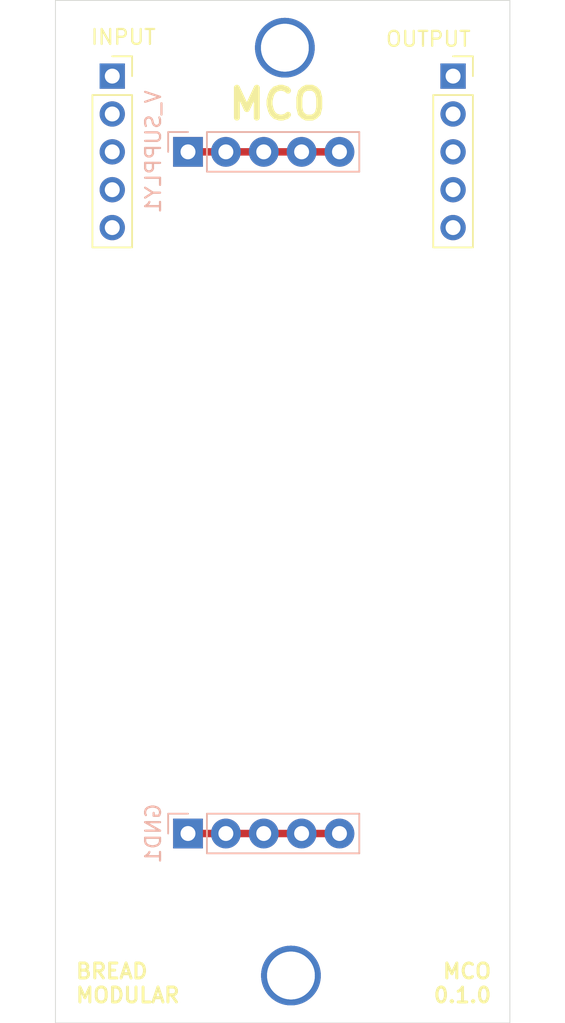
<source format=kicad_pcb>
(kicad_pcb (version 20240108) (generator "pcbnew") (generator_version "8.0")
  (layers (0 "F.Cu" signal) (31 "B.Cu" signal) (34 "B.Paste" user) (35 "F.Paste" user) (36 "B.SilkS" user "B.Silkscreen") (37 "F.SilkS" user "F.Silkscreen") (38 "B.Mask" user) (39 "F.Mask" user) (44 "Edge.Cuts" user))
  (net 0 "")
  (net 1 "GND")
  (net 12 "V_SUPPLY")
  (footprint "Connector_PinSocket_2.54mm:PinSocket_1x05_P2.54mm_Vertical" (layer "F.Cu") (at 50.8 45.72)
    (property "Reference" "INPUT1")
    (property "Value" "Conn_01x05_Socket")
    (fp_line (start -1.33 1.27) (end -1.33 11.49) (stroke (width 0.12)) (layer "F.SilkS"))
    (fp_line (start -1.33 1.27) (end 1.33 1.27) (stroke (width 0.12)) (layer "F.SilkS"))
    (fp_line (start -1.33 11.49) (end 1.33 11.49) (stroke (width 0.12)) (layer "F.SilkS"))
    (fp_line (start 0 -1.33) (end 1.33 -1.33) (stroke (width 0.12)) (layer "F.SilkS"))
    (fp_line (start 1.33 -1.33) (end 1.33 0) (stroke (width 0.12)) (layer "F.SilkS"))
    (fp_line (start 1.33 1.27) (end 1.33 11.49) (stroke (width 0.12)) (layer "F.SilkS"))
    (pad "1" thru_hole rect (at 0 0) (size 1.7 1.7) (drill 1) (layers "*.Cu" "*.Mask"))
    (pad "2" thru_hole oval (at 0 2.54) (size 1.7 1.7) (drill 1) (layers "*.Cu" "*.Mask"))
    (pad "3" thru_hole oval (at 0 5.08) (size 1.7 1.7) (drill 1) (layers "*.Cu" "*.Mask"))
    (pad "4" thru_hole oval (at 0 7.62) (size 1.7 1.7) (drill 1) (layers "*.Cu" "*.Mask"))
    (pad "5" thru_hole oval (at 0 10.16) (size 1.7 1.7) (drill 1) (layers "*.Cu" "*.Mask"))
  )
  (footprint "Connector_PinSocket_2.54mm:PinSocket_1x05_P2.54mm_Vertical" (layer "F.Cu") (at 73.66 45.72)
    (property "Reference" "OUTPUT1")
    (property "Value" "Conn_01x05_Socket")
    (fp_line (start -1.33 1.27) (end -1.33 11.49) (stroke (width 0.12)) (layer "F.SilkS"))
    (fp_line (start -1.33 1.27) (end 1.33 1.27) (stroke (width 0.12)) (layer "F.SilkS"))
    (fp_line (start -1.33 11.49) (end 1.33 11.49) (stroke (width 0.12)) (layer "F.SilkS"))
    (fp_line (start 0 -1.33) (end 1.33 -1.33) (stroke (width 0.12)) (layer "F.SilkS"))
    (fp_line (start 1.33 -1.33) (end 1.33 0) (stroke (width 0.12)) (layer "F.SilkS"))
    (fp_line (start 1.33 1.27) (end 1.33 11.49) (stroke (width 0.12)) (layer "F.SilkS"))
    (pad "1" thru_hole rect (at 0 0) (size 1.7 1.7) (drill 1) (layers "*.Cu" "*.Mask"))
    (pad "2" thru_hole oval (at 0 2.54) (size 1.7 1.7) (drill 1) (layers "*.Cu" "*.Mask"))
    (pad "3" thru_hole oval (at 0 5.08) (size 1.7 1.7) (drill 1) (layers "*.Cu" "*.Mask"))
    (pad "4" thru_hole oval (at 0 7.62) (size 1.7 1.7) (drill 1) (layers "*.Cu" "*.Mask"))
    (pad "5" thru_hole oval (at 0 10.16) (size 1.7 1.7) (drill 1) (layers "*.Cu" "*.Mask"))
  )
  (footprint "BreadModular_MISC:Power_Connector" (layer "B.Cu") (at 55.88 50.8 -90)
    (property "Reference" "V_SUPPLY1" (at 0 2.33 90) (layer "B.SilkS") (effects (justify mirror)))
    (property "Value" "Conn_01x05_Pin")
    (fp_line (start -1.33 1.33) (end -1.33 0) (stroke (width 0.12)) (layer "B.SilkS"))
    (fp_line (start 0 1.33) (end -1.33 1.33) (stroke (width 0.12)) (layer "B.SilkS"))
    (fp_line (start 1.33 -1.27) (end -1.33 -1.27) (stroke (width 0.12)) (layer "B.SilkS"))
    (fp_line (start -1.33 -11.49) (end -1.33 -1.27) (stroke (width 0.12)) (layer "B.SilkS"))
    (fp_line (start 1.33 -11.49) (end 1.33 -1.27) (stroke (width 0.12)) (layer "B.SilkS"))
    (fp_line (start 1.33 -11.49) (end -1.33 -11.49) (stroke (width 0.12)) (layer "B.SilkS"))
    (pad "1" thru_hole rect (at 0 0 270) (size 2 2) (drill 1) (layers "*.Cu" "*.Mask") (net 12 "V_SUPPLY"))
    (pad "2" thru_hole oval (at 0 -2.54 270) (size 2 2) (drill 1) (layers "*.Cu" "*.Mask") (net 12 "V_SUPPLY"))
    (pad "3" thru_hole oval (at 0 -5.08 270) (size 2 2) (drill 1) (layers "*.Cu" "*.Mask") (net 12 "V_SUPPLY"))
    (pad "4" thru_hole oval (at 0 -7.62 270) (size 2 2) (drill 1) (layers "*.Cu" "*.Mask") (net 12 "V_SUPPLY"))
    (pad "5" thru_hole oval (at 0 -10.16 270) (size 2 2) (drill 1) (layers "*.Cu" "*.Mask") (net 12 "V_SUPPLY"))
  )
  (footprint "BreadModular_MISC:Power_Connector" (layer "B.Cu") (at 55.88 96.52 -90)
    (property "Reference" "GND1" (at 0 2.33 90) (layer "B.SilkS") (effects (justify mirror)))
    (property "Value" "Conn_01x05_Pin")
    (fp_line (start -1.33 1.33) (end -1.33 0) (stroke (width 0.12)) (layer "B.SilkS"))
    (fp_line (start 0 1.33) (end -1.33 1.33) (stroke (width 0.12)) (layer "B.SilkS"))
    (fp_line (start 1.33 -1.27) (end -1.33 -1.27) (stroke (width 0.12)) (layer "B.SilkS"))
    (fp_line (start -1.33 -11.49) (end -1.33 -1.27) (stroke (width 0.12)) (layer "B.SilkS"))
    (fp_line (start 1.33 -11.49) (end 1.33 -1.27) (stroke (width 0.12)) (layer "B.SilkS"))
    (fp_line (start 1.33 -11.49) (end -1.33 -11.49) (stroke (width 0.12)) (layer "B.SilkS"))
    (pad "1" thru_hole rect (at 0 0 270) (size 2 2) (drill 1) (layers "*.Cu" "*.Mask") (net 1 "GND"))
    (pad "2" thru_hole oval (at 0 -2.54 270) (size 2 2) (drill 1) (layers "*.Cu" "*.Mask") (net 1 "GND"))
    (pad "3" thru_hole oval (at 0 -5.08 270) (size 2 2) (drill 1) (layers "*.Cu" "*.Mask") (net 1 "GND"))
    (pad "4" thru_hole oval (at 0 -7.62 270) (size 2 2) (drill 1) (layers "*.Cu" "*.Mask") (net 1 "GND"))
    (pad "5" thru_hole oval (at 0 -10.16 270) (size 2 2) (drill 1) (layers "*.Cu" "*.Mask") (net 1 "GND"))
  )
  (gr_line (start 46.99 109.22) (end 77.47 109.22) (stroke (width 0.05)) (layer "Edge.Cuts"))
  (gr_line (start 77.47 40.64) (end 46.99 40.64) (stroke (width 0.05)) (layer "Edge.Cuts"))
  (gr_line (start 46.99 40.64) (end 46.99 109.22) (stroke (width 0.05)) (layer "Edge.Cuts"))
  (gr_line (start 77.47 109.22) (end 77.47 40.64) (stroke (width 0.05)) (layer "Edge.Cuts"))
  (gr_text "INPUT" (at 49.276 43.688 0) (layer "F.SilkS") (effects (font (size 1 1)) (justify left bottom)))
  (gr_text "MCO\n0.1.0" (at 76.327 107.95 0) (layer "F.SilkS") (effects (font (size 1 1) (thickness 0.2) (bold yes)) (justify right bottom)))
  (gr_text "MCO" (at 58.42 48.768 0) (layer "F.SilkS") (effects (font (size 2 2) (thickness 0.4) (bold yes)) (justify left bottom)))
  (gr_text "OUTPUT" (at 74.93 43.815 0) (layer "F.SilkS") (effects (font (size 1 1)) (justify right bottom)))
  (gr_text "BREAD\nMODULAR" (at 48.26 107.95 0) (layer "F.SilkS") (effects (font (size 1 1) (thickness 0.2) (bold yes)) (justify left bottom)))
  (via (at 62.37758 43.815) (size 4) (drill 3.2) (layers "F.Cu" "B.Cu") (net 0))
  (via (at 62.784908 106.045) (size 4) (drill 3.2) (layers "F.Cu" "B.Cu") (net 0))
  (via (at 62.37758 43.815) (size 4) (drill 3.2) (layers "F.Cu" "B.Cu") (net 0))
  (via (at 62.784908 106.045) (size 4) (drill 3.2) (layers "F.Cu" "B.Cu") (net 0))
  (via (at 62.784908 106.045) (size 4) (drill 3.2) (layers "F.Cu" "B.Cu") (net 0))
  (via (at 62.784908 106.045) (size 4) (drill 3.2) (layers "F.Cu" "B.Cu") (net 0))
  (via (at 62.37758 43.815) (size 4) (drill 3.2) (layers "F.Cu" "B.Cu") (net 0))
  (via (at 62.37758 43.815) (size 4) (drill 3.2) (layers "F.Cu" "B.Cu") (net 0))
  (segment (start 55.88 96.52) (end 66.04 96.52) (width 0.5) (layer "F.Cu") (net 1))
  (segment (start 55.88 50.8) (end 66.04 50.8) (width 0.5) (layer "F.Cu") (net 12))
)
</source>
